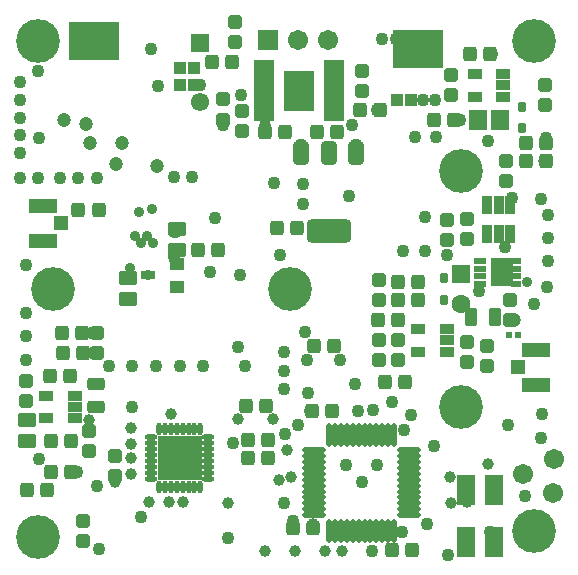
<source format=gts>
G04 Layer_Color=8388736*
%FSLAX44Y44*%
%MOMM*%
G71*
G01*
G75*
%ADD17R,1.0000X1.0000*%
%ADD38R,0.5000X0.5000*%
G04:AMPARAMS|DCode=78|XSize=1.2032mm|YSize=1.1032mm|CornerRadius=0.2141mm|HoleSize=0mm|Usage=FLASHONLY|Rotation=270.000|XOffset=0mm|YOffset=0mm|HoleType=Round|Shape=RoundedRectangle|*
%AMROUNDEDRECTD78*
21,1,1.2032,0.6750,0,0,270.0*
21,1,0.7750,1.1032,0,0,270.0*
1,1,0.4282,-0.3375,-0.3875*
1,1,0.4282,-0.3375,0.3875*
1,1,0.4282,0.3375,0.3875*
1,1,0.4282,0.3375,-0.3875*
%
%ADD78ROUNDEDRECTD78*%
%ADD79R,1.1532X1.1032*%
%ADD80R,1.1532X1.1032*%
%ADD81R,1.1532X0.8032*%
G04:AMPARAMS|DCode=82|XSize=1.6032mm|YSize=1.2032mm|CornerRadius=0.2266mm|HoleSize=0mm|Usage=FLASHONLY|Rotation=0.000|XOffset=0mm|YOffset=0mm|HoleType=Round|Shape=RoundedRectangle|*
%AMROUNDEDRECTD82*
21,1,1.6032,0.7500,0,0,0.0*
21,1,1.1500,1.2032,0,0,0.0*
1,1,0.4532,0.5750,-0.3750*
1,1,0.4532,-0.5750,-0.3750*
1,1,0.4532,-0.5750,0.3750*
1,1,0.4532,0.5750,0.3750*
%
%ADD82ROUNDEDRECTD82*%
G04:AMPARAMS|DCode=83|XSize=0.8532mm|YSize=0.7032mm|CornerRadius=0.1516mm|HoleSize=0mm|Usage=FLASHONLY|Rotation=270.000|XOffset=0mm|YOffset=0mm|HoleType=Round|Shape=RoundedRectangle|*
%AMROUNDEDRECTD83*
21,1,0.8532,0.4000,0,0,270.0*
21,1,0.5500,0.7032,0,0,270.0*
1,1,0.3032,-0.2000,-0.2750*
1,1,0.3032,-0.2000,0.2750*
1,1,0.3032,0.2000,0.2750*
1,1,0.3032,0.2000,-0.2750*
%
%ADD83ROUNDEDRECTD83*%
%ADD84R,1.5032X2.6032*%
%ADD85R,0.9032X1.5032*%
G04:AMPARAMS|DCode=86|XSize=1.2032mm|YSize=1.1032mm|CornerRadius=0.2141mm|HoleSize=0mm|Usage=FLASHONLY|Rotation=0.000|XOffset=0mm|YOffset=0mm|HoleType=Round|Shape=RoundedRectangle|*
%AMROUNDEDRECTD86*
21,1,1.2032,0.6750,0,0,0.0*
21,1,0.7750,1.1032,0,0,0.0*
1,1,0.4282,0.3875,-0.3375*
1,1,0.4282,-0.3875,-0.3375*
1,1,0.4282,-0.3875,0.3375*
1,1,0.4282,0.3875,0.3375*
%
%ADD86ROUNDEDRECTD86*%
G04:AMPARAMS|DCode=87|XSize=1.5032mm|YSize=1.0032mm|CornerRadius=0.2016mm|HoleSize=0mm|Usage=FLASHONLY|Rotation=270.000|XOffset=0mm|YOffset=0mm|HoleType=Round|Shape=RoundedRectangle|*
%AMROUNDEDRECTD87*
21,1,1.5032,0.6000,0,0,270.0*
21,1,1.1000,1.0032,0,0,270.0*
1,1,0.4032,-0.3000,-0.5500*
1,1,0.4032,-0.3000,0.5500*
1,1,0.4032,0.3000,0.5500*
1,1,0.4032,0.3000,-0.5500*
%
%ADD87ROUNDEDRECTD87*%
G04:AMPARAMS|DCode=88|XSize=1.5032mm|YSize=1.0032mm|CornerRadius=0.2016mm|HoleSize=0mm|Usage=FLASHONLY|Rotation=180.000|XOffset=0mm|YOffset=0mm|HoleType=Round|Shape=RoundedRectangle|*
%AMROUNDEDRECTD88*
21,1,1.5032,0.6000,0,0,180.0*
21,1,1.1000,1.0032,0,0,180.0*
1,1,0.4032,-0.5500,0.3000*
1,1,0.4032,0.5500,0.3000*
1,1,0.4032,0.5500,-0.3000*
1,1,0.4032,-0.5500,-0.3000*
%
%ADD88ROUNDEDRECTD88*%
%ADD89R,1.9132X2.4932*%
%ADD90R,0.8532X0.5432*%
%ADD91R,1.0032X0.5432*%
%ADD92R,4.2032X3.2032*%
%ADD93R,1.5032X1.7032*%
%ADD94R,2.4032X1.2532*%
%ADD95R,1.2532X1.2032*%
%ADD96R,1.3032X0.8532*%
G04:AMPARAMS|DCode=97|XSize=1.3032mm|YSize=1.9532mm|CornerRadius=0.2391mm|HoleSize=0mm|Usage=FLASHONLY|Rotation=180.000|XOffset=0mm|YOffset=0mm|HoleType=Round|Shape=RoundedRectangle|*
%AMROUNDEDRECTD97*
21,1,1.3032,1.4750,0,0,180.0*
21,1,0.8250,1.9532,0,0,180.0*
1,1,0.4782,-0.4125,0.7375*
1,1,0.4782,0.4125,0.7375*
1,1,0.4782,0.4125,-0.7375*
1,1,0.4782,-0.4125,-0.7375*
%
%ADD97ROUNDEDRECTD97*%
G04:AMPARAMS|DCode=98|XSize=1.3032mm|YSize=1.9532mm|CornerRadius=0.2391mm|HoleSize=0mm|Usage=FLASHONLY|Rotation=180.000|XOffset=0mm|YOffset=0mm|HoleType=Round|Shape=RoundedRectangle|*
%AMROUNDEDRECTD98*
21,1,1.3032,1.4750,0,0,180.0*
21,1,0.8250,1.9532,0,0,180.0*
1,1,0.4782,-0.4125,0.7375*
1,1,0.4782,0.4125,0.7375*
1,1,0.4782,0.4125,-0.7375*
1,1,0.4782,-0.4125,-0.7375*
%
%ADD98ROUNDEDRECTD98*%
G04:AMPARAMS|DCode=99|XSize=3.7032mm|YSize=1.9532mm|CornerRadius=0.3204mm|HoleSize=0mm|Usage=FLASHONLY|Rotation=180.000|XOffset=0mm|YOffset=0mm|HoleType=Round|Shape=RoundedRectangle|*
%AMROUNDEDRECTD99*
21,1,3.7032,1.3125,0,0,180.0*
21,1,3.0625,1.9532,0,0,180.0*
1,1,0.6407,-1.5313,0.6563*
1,1,0.6407,1.5313,0.6563*
1,1,0.6407,1.5313,-0.6563*
1,1,0.6407,-1.5313,-0.6563*
%
%ADD99ROUNDEDRECTD99*%
%ADD100O,2.0032X0.5032*%
%ADD101O,0.5032X2.0032*%
%ADD102O,0.4532X1.0532*%
%ADD103O,1.0532X0.4532*%
%ADD104R,3.8032X3.8032*%
%ADD105R,2.6132X3.4932*%
%ADD106R,1.6782X0.6532*%
%ADD107C,3.7032*%
%ADD108C,1.6032*%
%ADD109R,1.6032X1.6032*%
%ADD110C,1.0032*%
%ADD111C,1.7032*%
%ADD112R,1.7032X1.7032*%
%ADD113R,1.5532X1.5532*%
%ADD114C,1.5532*%
%ADD115C,1.1032*%
%ADD116C,0.9032*%
%ADD117C,1.2032*%
D17*
X346000Y-80000D02*
D03*
X334000D02*
D03*
X162000Y-67000D02*
D03*
X150000D02*
D03*
X162000Y-53000D02*
D03*
X150000D02*
D03*
D38*
X436000Y-279000D02*
D03*
X429000D02*
D03*
D78*
X177000Y-48000D02*
D03*
X194000D02*
D03*
X182500Y-207000D02*
D03*
X165500D02*
D03*
X324000Y-319000D02*
D03*
X341000D02*
D03*
X223000Y-339000D02*
D03*
X206000D02*
D03*
X335000Y-234000D02*
D03*
X352000D02*
D03*
X40000Y-314000D02*
D03*
X57000D02*
D03*
X37500Y-410000D02*
D03*
X20500D02*
D03*
X81250Y-173500D02*
D03*
X64250D02*
D03*
X443000Y-132000D02*
D03*
X460000D02*
D03*
X382000Y-97000D02*
D03*
X365000D02*
D03*
X58000Y-395000D02*
D03*
X41000D02*
D03*
X335000Y-249000D02*
D03*
X352000D02*
D03*
X41000Y-369000D02*
D03*
X58000D02*
D03*
X51000Y-294000D02*
D03*
X68000D02*
D03*
X50000Y-277000D02*
D03*
X67000D02*
D03*
X264000Y-288000D02*
D03*
X281000D02*
D03*
X225000Y-383000D02*
D03*
X208000D02*
D03*
X225000Y-368000D02*
D03*
X208000D02*
D03*
X246000Y-442000D02*
D03*
X263000D02*
D03*
X329500Y-461000D02*
D03*
X346500D02*
D03*
X279000Y-343000D02*
D03*
X262000D02*
D03*
X232500Y-188000D02*
D03*
X249500D02*
D03*
X239000Y-107000D02*
D03*
X222000D02*
D03*
X319500Y-88000D02*
D03*
X302500D02*
D03*
X283000Y-107000D02*
D03*
X266000D02*
D03*
X413000Y-41000D02*
D03*
X396000D02*
D03*
X460000Y-116000D02*
D03*
X443000D02*
D03*
X334500Y-266000D02*
D03*
X317500D02*
D03*
D79*
X148000Y-238000D02*
D03*
D80*
X148000Y-219000D02*
D03*
D81*
X123000Y-228500D02*
D03*
D82*
X148000Y-189000D02*
D03*
Y-207000D02*
D03*
X21000Y-351000D02*
D03*
Y-369000D02*
D03*
X106000Y-248500D02*
D03*
Y-230500D02*
D03*
D83*
X374000Y-231000D02*
D03*
Y-249000D02*
D03*
X440000Y-104000D02*
D03*
Y-86000D02*
D03*
D84*
X416000Y-454001D02*
D03*
Y-410001D02*
D03*
X392000D02*
D03*
Y-454001D02*
D03*
D85*
X410500Y-169000D02*
D03*
X420000D02*
D03*
X429500D02*
D03*
Y-193000D02*
D03*
X420000D02*
D03*
X410500D02*
D03*
D86*
X393000Y-301500D02*
D03*
Y-284500D02*
D03*
X319000Y-232000D02*
D03*
Y-249000D02*
D03*
X410000Y-288500D02*
D03*
Y-305500D02*
D03*
X73000Y-360000D02*
D03*
Y-377000D02*
D03*
X426000Y-148500D02*
D03*
Y-131500D02*
D03*
X20000Y-335000D02*
D03*
Y-318000D02*
D03*
X80000Y-277500D02*
D03*
Y-294500D02*
D03*
X459000Y-67000D02*
D03*
Y-84000D02*
D03*
X319000Y-300500D02*
D03*
Y-283500D02*
D03*
X376000Y-181500D02*
D03*
Y-198500D02*
D03*
X68000Y-453500D02*
D03*
Y-436500D02*
D03*
X380000Y-76000D02*
D03*
Y-59000D02*
D03*
X335000Y-283500D02*
D03*
Y-300500D02*
D03*
X430000Y-266500D02*
D03*
Y-249500D02*
D03*
X95000Y-381000D02*
D03*
Y-398000D02*
D03*
X304000Y-72500D02*
D03*
Y-55500D02*
D03*
X203000Y-106000D02*
D03*
Y-89000D02*
D03*
X187000Y-96500D02*
D03*
Y-79500D02*
D03*
X197000Y-13500D02*
D03*
Y-30500D02*
D03*
X393000Y-180500D02*
D03*
Y-197500D02*
D03*
D87*
X397000Y-264000D02*
D03*
X417000D02*
D03*
D88*
X79000Y-320000D02*
D03*
Y-340000D02*
D03*
D89*
X423000Y-226000D02*
D03*
D90*
X434795Y-235750D02*
D03*
Y-229250D02*
D03*
Y-222750D02*
D03*
Y-216250D02*
D03*
D91*
X404045Y-235750D02*
D03*
Y-229250D02*
D03*
Y-222750D02*
D03*
Y-216250D02*
D03*
D92*
X77000Y-30000D02*
D03*
X352000Y-37000D02*
D03*
D93*
X402500Y-97000D02*
D03*
X421500D02*
D03*
D94*
X452000Y-321000D02*
D03*
Y-291500D02*
D03*
X34000Y-169500D02*
D03*
Y-199000D02*
D03*
D95*
X436750Y-306250D02*
D03*
X49250Y-184250D02*
D03*
D96*
X376000Y-293000D02*
D03*
Y-283500D02*
D03*
Y-274000D02*
D03*
X352000D02*
D03*
Y-293000D02*
D03*
X61000Y-349500D02*
D03*
Y-340000D02*
D03*
Y-330500D02*
D03*
X37000D02*
D03*
Y-349500D02*
D03*
X424000Y-77000D02*
D03*
Y-67500D02*
D03*
Y-58000D02*
D03*
X400000D02*
D03*
Y-77000D02*
D03*
D97*
X299000Y-125000D02*
D03*
D98*
X276000D02*
D03*
X253000D02*
D03*
D99*
X276000Y-191000D02*
D03*
D100*
X344500Y-431500D02*
D03*
Y-426500D02*
D03*
Y-421500D02*
D03*
Y-416500D02*
D03*
Y-411500D02*
D03*
Y-406500D02*
D03*
Y-401500D02*
D03*
Y-396500D02*
D03*
Y-391500D02*
D03*
Y-386500D02*
D03*
Y-381500D02*
D03*
Y-376500D02*
D03*
X263500D02*
D03*
Y-381500D02*
D03*
Y-386500D02*
D03*
Y-391500D02*
D03*
Y-396500D02*
D03*
Y-401500D02*
D03*
Y-406500D02*
D03*
Y-411500D02*
D03*
Y-416500D02*
D03*
Y-421500D02*
D03*
Y-426500D02*
D03*
Y-431500D02*
D03*
D101*
X331500Y-363500D02*
D03*
X326500D02*
D03*
X321500D02*
D03*
X316500D02*
D03*
X311500D02*
D03*
X306500D02*
D03*
X301500D02*
D03*
X296500D02*
D03*
X291500D02*
D03*
X286500D02*
D03*
X281500D02*
D03*
X276500D02*
D03*
Y-444500D02*
D03*
X281500D02*
D03*
X286500D02*
D03*
X291500D02*
D03*
X296500D02*
D03*
X301500D02*
D03*
X306500D02*
D03*
X311500D02*
D03*
X316500D02*
D03*
X321500D02*
D03*
X326500D02*
D03*
X331500D02*
D03*
D102*
X132500Y-407250D02*
D03*
X137500D02*
D03*
X142500D02*
D03*
X147500D02*
D03*
X152500D02*
D03*
X157500D02*
D03*
X162500D02*
D03*
X167500D02*
D03*
Y-358750D02*
D03*
X162500D02*
D03*
X157500D02*
D03*
X152500D02*
D03*
X147500D02*
D03*
X142500D02*
D03*
X137500D02*
D03*
X132500D02*
D03*
D103*
X174250Y-400500D02*
D03*
Y-395500D02*
D03*
Y-390500D02*
D03*
Y-385500D02*
D03*
Y-380500D02*
D03*
Y-375500D02*
D03*
Y-370500D02*
D03*
Y-365500D02*
D03*
X125750D02*
D03*
Y-370500D02*
D03*
Y-375500D02*
D03*
Y-380500D02*
D03*
Y-385500D02*
D03*
Y-390500D02*
D03*
Y-395500D02*
D03*
Y-400500D02*
D03*
D104*
X150000Y-383000D02*
D03*
D105*
X251000Y-72000D02*
D03*
D106*
X221620Y-94750D02*
D03*
Y-88250D02*
D03*
Y-81750D02*
D03*
Y-75250D02*
D03*
Y-68750D02*
D03*
Y-62250D02*
D03*
Y-55750D02*
D03*
Y-49250D02*
D03*
X280380D02*
D03*
Y-55750D02*
D03*
Y-62250D02*
D03*
Y-68750D02*
D03*
Y-75250D02*
D03*
Y-81750D02*
D03*
Y-88250D02*
D03*
Y-94750D02*
D03*
D107*
X30000Y-30000D02*
D03*
Y-450000D02*
D03*
X450000Y-445000D02*
D03*
Y-30000D02*
D03*
X388000Y-140000D02*
D03*
Y-340000D02*
D03*
X243000Y-240000D02*
D03*
X43000D02*
D03*
D108*
X388000Y-252700D02*
D03*
D109*
Y-227300D02*
D03*
D110*
X229000Y-350000D02*
D03*
X199000D02*
D03*
X411000Y-388000D02*
D03*
X379500Y-420814D02*
D03*
X378500Y-399000D02*
D03*
X393000Y-420000D02*
D03*
X73000Y-350999D02*
D03*
X141000Y-420000D02*
D03*
X142500Y-345500D02*
D03*
X109000Y-371000D02*
D03*
X109000Y-382999D02*
D03*
X262500Y-439000D02*
D03*
X273000Y-462000D02*
D03*
X286999Y-461999D02*
D03*
X248000Y-462000D02*
D03*
X222000D02*
D03*
X241000Y-376000D02*
D03*
X234000Y-402000D02*
D03*
X73000Y-377000D02*
D03*
X79000Y-340000D02*
D03*
X74000Y-277000D02*
D03*
X75000Y-294000D02*
D03*
X109000Y-397000D02*
D03*
X152500Y-420500D02*
D03*
X244500Y-398893D02*
D03*
X95000Y-403000D02*
D03*
X191000Y-421000D02*
D03*
X124000Y-420000D02*
D03*
X109000Y-358000D02*
D03*
D111*
X275400Y-29000D02*
D03*
X250000D02*
D03*
X465730Y-412730D02*
D03*
X467000Y-384000D02*
D03*
X441000Y-397000D02*
D03*
D112*
X224600Y-29000D02*
D03*
D113*
X167000Y-32000D02*
D03*
D114*
X167000Y-82000D02*
D03*
D115*
X304000Y-403000D02*
D03*
X317000Y-389000D02*
D03*
X291000D02*
D03*
X428000Y-355000D02*
D03*
X90000Y-305000D02*
D03*
X205000D02*
D03*
X170000D02*
D03*
X150000D02*
D03*
X130000D02*
D03*
X110000D02*
D03*
X293000Y-161000D02*
D03*
X254000Y-168000D02*
D03*
Y-151000D02*
D03*
X187000Y-101000D02*
D03*
X167000Y-67000D02*
D03*
X347000Y-28000D02*
D03*
X332750Y-28000D02*
D03*
X298000Y-320000D02*
D03*
X238000Y-325000D02*
D03*
Y-293000D02*
D03*
Y-309000D02*
D03*
X258000Y-300000D02*
D03*
X365000Y-373000D02*
D03*
X256000Y-275999D02*
D03*
X30000Y-146000D02*
D03*
X145000Y-145000D02*
D03*
X80000Y-146000D02*
D03*
X64000D02*
D03*
X49000D02*
D03*
X30000Y-55000D02*
D03*
X15000Y-65000D02*
D03*
Y-80000D02*
D03*
Y-95000D02*
D03*
Y-110000D02*
D03*
Y-125000D02*
D03*
X67000Y-39000D02*
D03*
X75000Y-31000D02*
D03*
X83000Y-38000D02*
D03*
X31000Y-112000D02*
D03*
X462000Y-197000D02*
D03*
X461000Y-238000D02*
D03*
X462000Y-216000D02*
D03*
Y-177000D02*
D03*
X450000Y-253000D02*
D03*
X413000Y-446000D02*
D03*
X313000Y-462000D02*
D03*
X20000Y-300000D02*
D03*
Y-280000D02*
D03*
Y-260000D02*
D03*
Y-220000D02*
D03*
X403000Y-242000D02*
D03*
X456000Y-164000D02*
D03*
X431000Y-163000D02*
D03*
X426000Y-148500D02*
D03*
X456000Y-366000D02*
D03*
X457000Y-346000D02*
D03*
X442000Y-415000D02*
D03*
X146000Y-192000D02*
D03*
X145000Y-213000D02*
D03*
X199000Y-289000D02*
D03*
X425000Y-204000D02*
D03*
X376000Y-181000D02*
D03*
X459000Y-67000D02*
D03*
X126000Y-37000D02*
D03*
X321000Y-28000D02*
D03*
X132000Y-68000D02*
D03*
X20000Y-350000D02*
D03*
Y-410000D02*
D03*
X138000Y-371000D02*
D03*
Y-394000D02*
D03*
X162000D02*
D03*
Y-370000D02*
D03*
X195000D02*
D03*
X117000Y-433000D02*
D03*
X376999Y-464999D02*
D03*
X260000Y-343000D02*
D03*
X346000Y-347000D02*
D03*
X82000Y-460000D02*
D03*
X191000Y-451000D02*
D03*
X246000Y-436000D02*
D03*
X358000Y-179000D02*
D03*
X63000Y-395000D02*
D03*
X286000Y-300000D02*
D03*
X238000Y-421000D02*
D03*
X358000Y-208000D02*
D03*
X339000D02*
D03*
X376000Y-211000D02*
D03*
X411000Y-115000D02*
D03*
X366000Y-80000D02*
D03*
X367000Y-111000D02*
D03*
X356000Y-80000D02*
D03*
X31000Y-384000D02*
D03*
X250000Y-355000D02*
D03*
X239000Y-363000D02*
D03*
X359000Y-439000D02*
D03*
X338000Y-446000D02*
D03*
X339999Y-358999D02*
D03*
X387000Y-97000D02*
D03*
X349000Y-111000D02*
D03*
X80000Y-407000D02*
D03*
X235000Y-211000D02*
D03*
X15000Y-146000D02*
D03*
X110000Y-340000D02*
D03*
X414000Y-41000D02*
D03*
X287000Y-188000D02*
D03*
X276000Y-195000D02*
D03*
X265000Y-188000D02*
D03*
X276000Y-122000D02*
D03*
X202000Y-76000D02*
D03*
X257000Y-75000D02*
D03*
X251000Y-84000D02*
D03*
X330000Y-336000D02*
D03*
X314000Y-342000D02*
D03*
X301000Y-343000D02*
D03*
X259000Y-328000D02*
D03*
X222000Y-102000D02*
D03*
X253000Y-118000D02*
D03*
Y-129000D02*
D03*
X296000Y-101000D02*
D03*
X317000Y-88000D02*
D03*
X245000Y-75000D02*
D03*
X299000Y-118000D02*
D03*
Y-129000D02*
D03*
X346000Y-80000D02*
D03*
X180000Y-180000D02*
D03*
X160000Y-145000D02*
D03*
X230000Y-150000D02*
D03*
X460000Y-112000D02*
D03*
X201000Y-228000D02*
D03*
X176000Y-226000D02*
D03*
D116*
X108000Y-222000D02*
D03*
X112000Y-195000D02*
D03*
X126750Y-172250D02*
D03*
X115500Y-174500D02*
D03*
X444000Y-234000D02*
D03*
X123000Y-228000D02*
D03*
X127000Y-201000D02*
D03*
X122000Y-195000D02*
D03*
X117000Y-201000D02*
D03*
D117*
X74000Y-116000D02*
D03*
X96000Y-134000D02*
D03*
X459000Y-132000D02*
D03*
X393000Y-284500D02*
D03*
X433000Y-266000D02*
D03*
X335000D02*
D03*
Y-283500D02*
D03*
X335000Y-234000D02*
D03*
X131000Y-136000D02*
D03*
X101000Y-116000D02*
D03*
X52000Y-97000D02*
D03*
X71000Y-100000D02*
D03*
M02*

</source>
